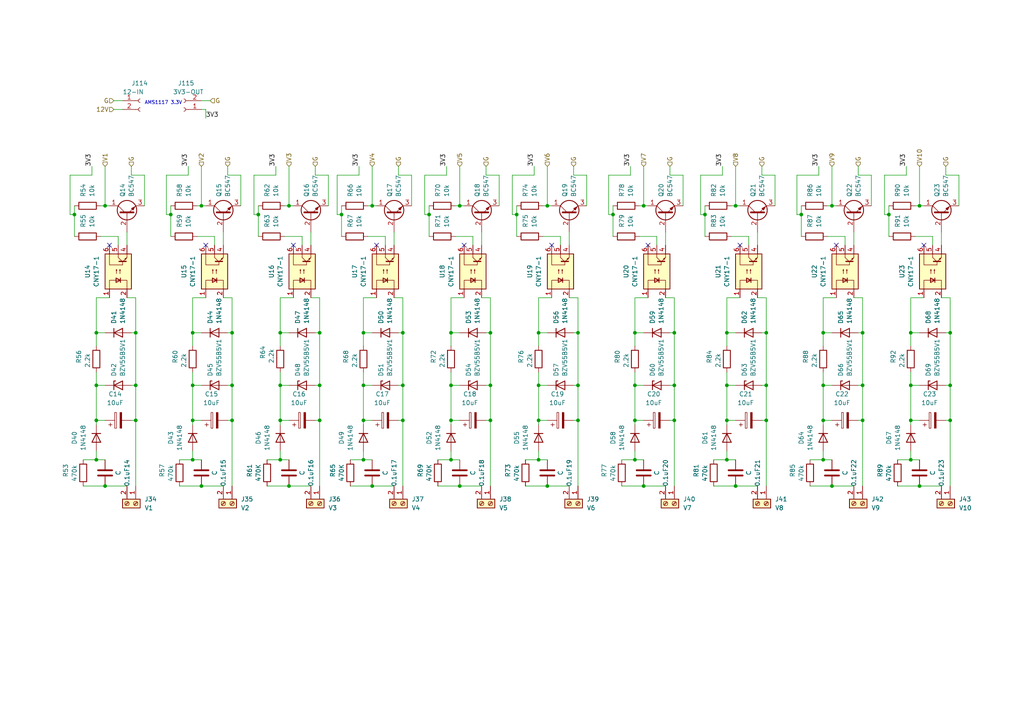
<source format=kicad_sch>
(kicad_sch (version 20211123) (generator eeschema)
  (paper "A4")
  (junction (at 92.71 111.76))
  (junction (at 107.95 140.97))
  (junction (at 222.25 96.52))
  (junction (at 250.19 121.92))
  (junction (at 167.64 96.52))
  (junction (at 92.71 121.92))
  (junction (at 105.41 133.35))
  (junction (at 222.25 111.76))
  (junction (at 213.36 140.97))
  (junction (at 266.7 59.69))
  (junction (at 210.82 111.76))
  (junction (at 158.75 59.69))
  (junction (at 156.21 133.35))
  (junction (at 238.76 121.92))
  (junction (at 156.21 96.52))
  (junction (at 184.15 133.35))
  (junction (at 142.24 111.76))
  (junction (at 142.24 121.92))
  (junction (at 39.37 121.92))
  (junction (at 186.69 140.97))
  (junction (at 116.84 111.76))
  (junction (at 105.41 111.76))
  (junction (at 130.81 96.52))
  (junction (at 92.71 96.52))
  (junction (at 107.95 59.69))
  (junction (at 195.58 121.92))
  (junction (at 130.81 121.92))
  (junction (at 167.64 111.76))
  (junction (at 156.21 111.76))
  (junction (at 195.58 96.52))
  (junction (at 27.94 121.92))
  (junction (at 58.42 59.69))
  (junction (at 124.46 62.23))
  (junction (at 105.41 96.52))
  (junction (at 81.28 96.52))
  (junction (at 158.75 140.97))
  (junction (at 39.37 96.52))
  (junction (at 275.59 96.52))
  (junction (at 232.41 62.23))
  (junction (at 30.48 140.97))
  (junction (at 250.19 111.76))
  (junction (at 142.24 96.52))
  (junction (at 184.15 121.92))
  (junction (at 27.94 111.76))
  (junction (at 58.42 140.97))
  (junction (at 83.82 140.97))
  (junction (at 99.06 62.23))
  (junction (at 133.35 59.69))
  (junction (at 238.76 133.35))
  (junction (at 238.76 96.52))
  (junction (at 238.76 111.76))
  (junction (at 21.59 62.23))
  (junction (at 167.64 121.92))
  (junction (at 264.16 121.92))
  (junction (at 264.16 96.52))
  (junction (at 116.84 121.92))
  (junction (at 116.84 96.52))
  (junction (at 266.7 140.97))
  (junction (at 27.94 133.35))
  (junction (at 250.19 96.52))
  (junction (at 49.53 62.23))
  (junction (at 241.3 59.69))
  (junction (at 67.31 111.76))
  (junction (at 264.16 133.35))
  (junction (at 184.15 111.76))
  (junction (at 55.88 96.52))
  (junction (at 210.82 121.92))
  (junction (at 130.81 133.35))
  (junction (at 149.86 62.23))
  (junction (at 222.25 121.92))
  (junction (at 55.88 111.76))
  (junction (at 275.59 121.92))
  (junction (at 204.47 62.23))
  (junction (at 74.93 62.23))
  (junction (at 264.16 111.76))
  (junction (at 213.36 59.69))
  (junction (at 186.69 59.69))
  (junction (at 257.81 62.23))
  (junction (at 81.28 121.92))
  (junction (at 39.37 111.76))
  (junction (at 156.21 121.92))
  (junction (at 81.28 133.35))
  (junction (at 55.88 133.35))
  (junction (at 105.41 121.92))
  (junction (at 184.15 96.52))
  (junction (at 67.31 96.52))
  (junction (at 210.82 133.35))
  (junction (at 133.35 140.97))
  (junction (at 275.59 111.76))
  (junction (at 67.31 121.92))
  (junction (at 241.3 140.97))
  (junction (at 177.8 62.23))
  (junction (at 83.82 59.69))
  (junction (at 81.28 111.76))
  (junction (at 210.82 96.52))
  (junction (at 30.48 59.69))
  (junction (at 130.81 111.76))
  (junction (at 27.94 96.52))
  (junction (at 55.88 121.92))
  (junction (at 195.58 111.76))
  (no_connect (at 134.62 71.12))
  (no_connect (at 214.63 71.12))
  (no_connect (at 187.96 71.12))
  (no_connect (at 59.69 71.12))
  (no_connect (at 267.97 71.12))
  (no_connect (at 242.57 71.12))
  (no_connect (at 85.09 71.12))
  (no_connect (at 31.75 71.12))
  (no_connect (at 109.22 71.12))
  (no_connect (at 160.02 71.12))
  (wire (pts (xy 87.63 68.58) (xy 82.55 68.58)))
  (wire (pts (xy 130.81 111.76) (xy 130.81 107.95)))
  (wire (pts (xy 180.34 133.35) (xy 184.15 133.35)))
  (wire (pts (xy 60.96 29.21) (xy 58.42 29.21)))
  (wire (pts (xy 105.41 121.92) (xy 107.95 121.92)))
  (wire (pts (xy 170.18 50.8) (xy 166.37 50.8)))
  (wire (pts (xy 198.12 50.8) (xy 194.31 50.8)))
  (wire (pts (xy 137.16 71.12) (xy 137.16 68.58)))
  (wire (pts (xy 193.04 140.97) (xy 186.69 140.97)))
  (wire (pts (xy 48.26 50.8) (xy 54.61 50.8)))
  (wire (pts (xy 220.98 111.76) (xy 222.25 111.76)))
  (wire (pts (xy 194.31 111.76) (xy 195.58 111.76)))
  (wire (pts (xy 34.29 68.58) (xy 29.21 68.58)))
  (wire (pts (xy 260.35 133.35) (xy 264.16 133.35)))
  (wire (pts (xy 109.22 86.36) (xy 105.41 86.36)))
  (wire (pts (xy 186.69 59.69) (xy 186.69 48.26)))
  (wire (pts (xy 139.7 71.12) (xy 139.7 67.31)))
  (wire (pts (xy 39.37 140.97) (xy 39.37 121.92)))
  (wire (pts (xy 80.01 50.8) (xy 80.01 48.26)))
  (wire (pts (xy 238.76 111.76) (xy 238.76 107.95)))
  (wire (pts (xy 142.24 96.52) (xy 142.24 86.36)))
  (wire (pts (xy 203.2 50.8) (xy 209.55 50.8)))
  (wire (pts (xy 156.21 100.33) (xy 156.21 96.52)))
  (wire (pts (xy 250.19 121.92) (xy 250.19 111.76)))
  (wire (pts (xy 182.88 50.8) (xy 182.88 48.26)))
  (wire (pts (xy 184.15 100.33) (xy 184.15 96.52)))
  (wire (pts (xy 142.24 140.97) (xy 142.24 121.92)))
  (wire (pts (xy 41.91 50.8) (xy 38.1 50.8)))
  (wire (pts (xy 184.15 121.92) (xy 186.69 121.92)))
  (wire (pts (xy 124.46 68.58) (xy 124.46 62.23)))
  (wire (pts (xy 194.31 121.92) (xy 195.58 121.92)))
  (wire (pts (xy 38.1 111.76) (xy 39.37 111.76)))
  (wire (pts (xy 210.82 96.52) (xy 213.36 96.52)))
  (wire (pts (xy 101.6 140.97) (xy 107.95 140.97)))
  (wire (pts (xy 238.76 133.35) (xy 241.3 133.35)))
  (wire (pts (xy 210.82 100.33) (xy 210.82 96.52)))
  (wire (pts (xy 177.8 68.58) (xy 177.8 62.23)))
  (wire (pts (xy 250.19 96.52) (xy 250.19 86.36)))
  (wire (pts (xy 184.15 121.92) (xy 184.15 111.76)))
  (wire (pts (xy 55.88 100.33) (xy 55.88 96.52)))
  (wire (pts (xy 115.57 96.52) (xy 116.84 96.52)))
  (wire (pts (xy 238.76 96.52) (xy 241.3 96.52)))
  (wire (pts (xy 95.25 59.69) (xy 95.25 50.8)))
  (wire (pts (xy 203.2 62.23) (xy 204.47 62.23)))
  (wire (pts (xy 256.54 50.8) (xy 256.54 62.23)))
  (wire (pts (xy 73.66 50.8) (xy 73.66 62.23)))
  (wire (pts (xy 204.47 62.23) (xy 204.47 59.69)))
  (wire (pts (xy 158.75 59.69) (xy 160.02 59.69)))
  (wire (pts (xy 52.07 133.35) (xy 55.88 133.35)))
  (wire (pts (xy 264.16 133.35) (xy 266.7 133.35)))
  (wire (pts (xy 140.97 50.8) (xy 140.97 48.26)))
  (wire (pts (xy 222.25 111.76) (xy 222.25 96.52)))
  (wire (pts (xy 264.16 111.76) (xy 264.16 107.95)))
  (wire (pts (xy 132.08 59.69) (xy 133.35 59.69)))
  (wire (pts (xy 210.82 123.19) (xy 210.82 121.92)))
  (wire (pts (xy 27.94 100.33) (xy 27.94 96.52)))
  (wire (pts (xy 257.81 62.23) (xy 257.81 59.69)))
  (wire (pts (xy 30.48 59.69) (xy 30.48 48.26)))
  (wire (pts (xy 66.04 121.92) (xy 67.31 121.92)))
  (wire (pts (xy 198.12 59.69) (xy 198.12 50.8)))
  (wire (pts (xy 27.94 121.92) (xy 27.94 111.76)))
  (wire (pts (xy 144.78 59.69) (xy 144.78 50.8)))
  (wire (pts (xy 274.32 111.76) (xy 275.59 111.76)))
  (wire (pts (xy 232.41 68.58) (xy 232.41 62.23)))
  (wire (pts (xy 170.18 59.69) (xy 170.18 50.8)))
  (wire (pts (xy 36.83 140.97) (xy 30.48 140.97)))
  (wire (pts (xy 190.5 68.58) (xy 185.42 68.58)))
  (wire (pts (xy 237.49 50.8) (xy 237.49 48.26)))
  (wire (pts (xy 36.83 86.36) (xy 39.37 86.36)))
  (wire (pts (xy 184.15 133.35) (xy 184.15 130.81)))
  (wire (pts (xy 48.26 62.23) (xy 49.53 62.23)))
  (wire (pts (xy 73.66 62.23) (xy 74.93 62.23)))
  (wire (pts (xy 82.55 59.69) (xy 83.82 59.69)))
  (wire (pts (xy 130.81 133.35) (xy 133.35 133.35)))
  (wire (pts (xy 130.81 100.33) (xy 130.81 96.52)))
  (wire (pts (xy 81.28 86.36) (xy 81.28 96.52)))
  (wire (pts (xy 92.71 96.52) (xy 92.71 86.36)))
  (wire (pts (xy 81.28 111.76) (xy 81.28 107.95)))
  (wire (pts (xy 148.59 62.23) (xy 149.86 62.23)))
  (wire (pts (xy 21.59 62.23) (xy 21.59 59.69)))
  (wire (pts (xy 144.78 50.8) (xy 140.97 50.8)))
  (wire (pts (xy 160.02 86.36) (xy 156.21 86.36)))
  (wire (pts (xy 105.41 133.35) (xy 105.41 130.81)))
  (wire (pts (xy 54.61 50.8) (xy 54.61 48.26)))
  (wire (pts (xy 115.57 50.8) (xy 115.57 48.26)))
  (wire (pts (xy 140.97 121.92) (xy 142.24 121.92)))
  (wire (pts (xy 264.16 123.19) (xy 264.16 121.92)))
  (wire (pts (xy 130.81 123.19) (xy 130.81 121.92)))
  (wire (pts (xy 115.57 121.92) (xy 116.84 121.92)))
  (wire (pts (xy 156.21 121.92) (xy 158.75 121.92)))
  (wire (pts (xy 156.21 96.52) (xy 158.75 96.52)))
  (wire (pts (xy 133.35 59.69) (xy 133.35 48.26)))
  (wire (pts (xy 260.35 140.97) (xy 266.7 140.97)))
  (wire (pts (xy 99.06 68.58) (xy 99.06 62.23)))
  (wire (pts (xy 101.6 133.35) (xy 105.41 133.35)))
  (wire (pts (xy 238.76 121.92) (xy 241.3 121.92)))
  (wire (pts (xy 26.67 50.8) (xy 26.67 48.26)))
  (wire (pts (xy 186.69 59.69) (xy 187.96 59.69)))
  (wire (pts (xy 275.59 111.76) (xy 275.59 96.52)))
  (wire (pts (xy 265.43 59.69) (xy 266.7 59.69)))
  (wire (pts (xy 81.28 96.52) (xy 83.82 96.52)))
  (wire (pts (xy 162.56 68.58) (xy 157.48 68.58)))
  (wire (pts (xy 264.16 133.35) (xy 264.16 130.81)))
  (wire (pts (xy 81.28 123.19) (xy 81.28 121.92)))
  (wire (pts (xy 64.77 140.97) (xy 58.42 140.97)))
  (wire (pts (xy 238.76 100.33) (xy 238.76 96.52)))
  (wire (pts (xy 257.81 68.58) (xy 257.81 62.23)))
  (wire (pts (xy 256.54 50.8) (xy 262.89 50.8)))
  (wire (pts (xy 210.82 111.76) (xy 213.36 111.76)))
  (wire (pts (xy 193.04 86.36) (xy 195.58 86.36)))
  (wire (pts (xy 176.53 50.8) (xy 176.53 62.23)))
  (wire (pts (xy 74.93 62.23) (xy 74.93 59.69)))
  (wire (pts (xy 48.26 50.8) (xy 48.26 62.23)))
  (wire (pts (xy 212.09 59.69) (xy 213.36 59.69)))
  (wire (pts (xy 162.56 71.12) (xy 162.56 68.58)))
  (wire (pts (xy 238.76 133.35) (xy 238.76 130.81)))
  (wire (pts (xy 231.14 50.8) (xy 231.14 62.23)))
  (wire (pts (xy 55.88 121.92) (xy 58.42 121.92)))
  (wire (pts (xy 242.57 86.36) (xy 238.76 86.36)))
  (wire (pts (xy 238.76 111.76) (xy 241.3 111.76)))
  (wire (pts (xy 95.25 50.8) (xy 91.44 50.8)))
  (wire (pts (xy 77.47 133.35) (xy 81.28 133.35)))
  (wire (pts (xy 185.42 59.69) (xy 186.69 59.69)))
  (wire (pts (xy 270.51 71.12) (xy 270.51 68.58)))
  (wire (pts (xy 114.3 86.36) (xy 116.84 86.36)))
  (wire (pts (xy 105.41 86.36) (xy 105.41 96.52)))
  (wire (pts (xy 41.91 59.69) (xy 41.91 50.8)))
  (wire (pts (xy 91.44 96.52) (xy 92.71 96.52)))
  (wire (pts (xy 130.81 121.92) (xy 130.81 111.76)))
  (wire (pts (xy 252.73 50.8) (xy 248.92 50.8)))
  (wire (pts (xy 264.16 86.36) (xy 264.16 96.52)))
  (wire (pts (xy 224.79 50.8) (xy 220.98 50.8)))
  (wire (pts (xy 165.1 86.36) (xy 167.64 86.36)))
  (wire (pts (xy 240.03 59.69) (xy 241.3 59.69)))
  (wire (pts (xy 140.97 96.52) (xy 142.24 96.52)))
  (wire (pts (xy 59.69 86.36) (xy 55.88 86.36)))
  (wire (pts (xy 111.76 71.12) (xy 111.76 68.58)))
  (wire (pts (xy 20.32 50.8) (xy 26.67 50.8)))
  (wire (pts (xy 124.46 62.23) (xy 124.46 59.69)))
  (wire (pts (xy 27.94 133.35) (xy 27.94 130.81)))
  (wire (pts (xy 166.37 111.76) (xy 167.64 111.76)))
  (wire (pts (xy 195.58 121.92) (xy 195.58 111.76)))
  (wire (pts (xy 116.84 111.76) (xy 116.84 96.52)))
  (wire (pts (xy 123.19 50.8) (xy 123.19 62.23)))
  (wire (pts (xy 274.32 121.92) (xy 275.59 121.92)))
  (wire (pts (xy 91.44 50.8) (xy 91.44 48.26)))
  (wire (pts (xy 33.02 29.21) (xy 35.56 29.21)))
  (wire (pts (xy 81.28 100.33) (xy 81.28 96.52)))
  (wire (pts (xy 156.21 133.35) (xy 156.21 130.81)))
  (wire (pts (xy 156.21 123.19) (xy 156.21 121.92)))
  (wire (pts (xy 142.24 121.92) (xy 142.24 111.76)))
  (wire (pts (xy 90.17 86.36) (xy 92.71 86.36)))
  (wire (pts (xy 241.3 59.69) (xy 242.57 59.69)))
  (wire (pts (xy 67.31 96.52) (xy 67.31 86.36)))
  (wire (pts (xy 156.21 121.92) (xy 156.21 111.76)))
  (wire (pts (xy 49.53 62.23) (xy 49.53 59.69)))
  (wire (pts (xy 210.82 121.92) (xy 210.82 111.76)))
  (wire (pts (xy 27.94 133.35) (xy 30.48 133.35)))
  (wire (pts (xy 130.81 86.36) (xy 130.81 96.52)))
  (wire (pts (xy 62.23 68.58) (xy 57.15 68.58)))
  (wire (pts (xy 213.36 59.69) (xy 213.36 48.26)))
  (wire (pts (xy 127 140.97) (xy 133.35 140.97)))
  (wire (pts (xy 167.64 140.97) (xy 167.64 121.92)))
  (wire (pts (xy 152.4 133.35) (xy 156.21 133.35)))
  (wire (pts (xy 194.31 96.52) (xy 195.58 96.52)))
  (wire (pts (xy 247.65 71.12) (xy 247.65 67.31)))
  (wire (pts (xy 29.21 59.69) (xy 30.48 59.69)))
  (wire (pts (xy 152.4 140.97) (xy 158.75 140.97)))
  (wire (pts (xy 184.15 111.76) (xy 184.15 107.95)))
  (wire (pts (xy 210.82 111.76) (xy 210.82 107.95)))
  (wire (pts (xy 210.82 133.35) (xy 213.36 133.35)))
  (wire (pts (xy 104.14 50.8) (xy 104.14 48.26)))
  (wire (pts (xy 195.58 96.52) (xy 195.58 86.36)))
  (wire (pts (xy 274.32 50.8) (xy 274.32 48.26)))
  (wire (pts (xy 193.04 71.12) (xy 193.04 67.31)))
  (wire (pts (xy 111.76 68.58) (xy 106.68 68.58)))
  (wire (pts (xy 220.98 96.52) (xy 222.25 96.52)))
  (wire (pts (xy 252.73 59.69) (xy 252.73 50.8)))
  (wire (pts (xy 148.59 50.8) (xy 154.94 50.8)))
  (wire (pts (xy 139.7 140.97) (xy 133.35 140.97)))
  (wire (pts (xy 167.64 111.76) (xy 167.64 96.52)))
  (wire (pts (xy 49.53 68.58) (xy 49.53 62.23)))
  (wire (pts (xy 69.85 50.8) (xy 66.04 50.8)))
  (wire (pts (xy 130.81 133.35) (xy 130.81 130.81)))
  (wire (pts (xy 165.1 71.12) (xy 165.1 67.31)))
  (wire (pts (xy 219.71 71.12) (xy 219.71 67.31)))
  (wire (pts (xy 247.65 140.97) (xy 241.3 140.97)))
  (wire (pts (xy 222.25 96.52) (xy 222.25 86.36)))
  (wire (pts (xy 234.95 140.97) (xy 241.3 140.97)))
  (wire (pts (xy 140.97 111.76) (xy 142.24 111.76)))
  (wire (pts (xy 158.75 59.69) (xy 158.75 48.26)))
  (wire (pts (xy 213.36 59.69) (xy 214.63 59.69)))
  (wire (pts (xy 204.47 68.58) (xy 204.47 62.23)))
  (wire (pts (xy 97.79 62.23) (xy 99.06 62.23)))
  (wire (pts (xy 24.13 140.97) (xy 30.48 140.97)))
  (wire (pts (xy 129.54 50.8) (xy 129.54 48.26)))
  (wire (pts (xy 85.09 86.36) (xy 81.28 86.36)))
  (wire (pts (xy 81.28 121.92) (xy 81.28 111.76)))
  (wire (pts (xy 107.95 59.69) (xy 109.22 59.69)))
  (wire (pts (xy 247.65 86.36) (xy 250.19 86.36)))
  (wire (pts (xy 77.47 140.97) (xy 83.82 140.97)))
  (wire (pts (xy 210.82 121.92) (xy 213.36 121.92)))
  (wire (pts (xy 232.41 62.23) (xy 232.41 59.69)))
  (wire (pts (xy 92.71 121.92) (xy 92.71 111.76)))
  (wire (pts (xy 234.95 133.35) (xy 238.76 133.35)))
  (wire (pts (xy 30.48 59.69) (xy 31.75 59.69)))
  (wire (pts (xy 264.16 111.76) (xy 266.7 111.76)))
  (wire (pts (xy 248.92 96.52) (xy 250.19 96.52)))
  (wire (pts (xy 180.34 140.97) (xy 186.69 140.97)))
  (wire (pts (xy 267.97 86.36) (xy 264.16 86.36)))
  (wire (pts (xy 73.66 50.8) (xy 80.01 50.8)))
  (wire (pts (xy 156.21 111.76) (xy 158.75 111.76)))
  (wire (pts (xy 219.71 86.36) (xy 222.25 86.36)))
  (wire (pts (xy 248.92 111.76) (xy 250.19 111.76)))
  (wire (pts (xy 39.37 111.76) (xy 39.37 96.52)))
  (wire (pts (xy 219.71 140.97) (xy 213.36 140.97)))
  (wire (pts (xy 97.79 50.8) (xy 97.79 62.23)))
  (wire (pts (xy 184.15 133.35) (xy 186.69 133.35)))
  (wire (pts (xy 245.11 68.58) (xy 240.03 68.58)))
  (wire (pts (xy 274.32 96.52) (xy 275.59 96.52)))
  (wire (pts (xy 64.77 86.36) (xy 67.31 86.36)))
  (wire (pts (xy 278.13 59.69) (xy 278.13 50.8)))
  (wire (pts (xy 238.76 123.19) (xy 238.76 121.92)))
  (wire (pts (xy 139.7 86.36) (xy 142.24 86.36)))
  (wire (pts (xy 97.79 50.8) (xy 104.14 50.8)))
  (wire (pts (xy 81.28 133.35) (xy 83.82 133.35)))
  (wire (pts (xy 157.48 59.69) (xy 158.75 59.69)))
  (wire (pts (xy 55.88 121.92) (xy 55.88 111.76)))
  (wire (pts (xy 67.31 111.76) (xy 67.31 96.52)))
  (wire (pts (xy 137.16 68.58) (xy 132.08 68.58)))
  (wire (pts (xy 81.28 121.92) (xy 83.82 121.92)))
  (wire (pts (xy 130.81 111.76) (xy 133.35 111.76)))
  (wire (pts (xy 106.68 59.69) (xy 107.95 59.69)))
  (wire (pts (xy 231.14 50.8) (xy 237.49 50.8)))
  (wire (pts (xy 264.16 121.92) (xy 264.16 111.76)))
  (wire (pts (xy 99.06 62.23) (xy 99.06 59.69)))
  (wire (pts (xy 156.21 133.35) (xy 158.75 133.35)))
  (wire (pts (xy 264.16 96.52) (xy 266.7 96.52)))
  (wire (pts (xy 195.58 140.97) (xy 195.58 121.92)))
  (wire (pts (xy 67.31 121.92) (xy 67.31 111.76)))
  (wire (pts (xy 66.04 50.8) (xy 66.04 48.26)))
  (wire (pts (xy 207.01 140.97) (xy 213.36 140.97)))
  (wire (pts (xy 256.54 62.23) (xy 257.81 62.23)))
  (wire (pts (xy 66.04 96.52) (xy 67.31 96.52)))
  (wire (pts (xy 107.95 59.69) (xy 107.95 48.26)))
  (wire (pts (xy 184.15 86.36) (xy 184.15 96.52)))
  (wire (pts (xy 59.69 31.75) (xy 59.69 34.29)))
  (wire (pts (xy 38.1 50.8) (xy 38.1 48.26)))
  (wire (pts (xy 39.37 121.92) (xy 39.37 111.76)))
  (wire (pts (xy 114.3 140.97) (xy 107.95 140.97)))
  (wire (pts (xy 83.82 59.69) (xy 85.09 59.69)))
  (wire (pts (xy 250.19 140.97) (xy 250.19 121.92)))
  (wire (pts (xy 176.53 50.8) (xy 182.88 50.8)))
  (wire (pts (xy 154.94 50.8) (xy 154.94 48.26)))
  (wire (pts (xy 55.88 133.35) (xy 58.42 133.35)))
  (wire (pts (xy 278.13 50.8) (xy 274.32 50.8)))
  (wire (pts (xy 264.16 100.33) (xy 264.16 96.52)))
  (wire (pts (xy 115.57 111.76) (xy 116.84 111.76)))
  (wire (pts (xy 62.23 71.12) (xy 62.23 68.58)))
  (wire (pts (xy 119.38 50.8) (xy 115.57 50.8)))
  (wire (pts (xy 91.44 111.76) (xy 92.71 111.76)))
  (wire (pts (xy 105.41 111.76) (xy 105.41 107.95)))
  (wire (pts (xy 167.64 121.92) (xy 167.64 111.76)))
  (wire (pts (xy 166.37 96.52) (xy 167.64 96.52)))
  (wire (pts (xy 184.15 96.52) (xy 186.69 96.52)))
  (wire (pts (xy 105.41 96.52) (xy 107.95 96.52)))
  (wire (pts (xy 273.05 140.97) (xy 266.7 140.97)))
  (wire (pts (xy 123.19 62.23) (xy 124.46 62.23)))
  (wire (pts (xy 66.04 111.76) (xy 67.31 111.76)))
  (wire (pts (xy 133.35 59.69) (xy 134.62 59.69)))
  (wire (pts (xy 27.94 96.52) (xy 30.48 96.52)))
  (wire (pts (xy 114.3 71.12) (xy 114.3 67.31)))
  (wire (pts (xy 130.81 96.52) (xy 133.35 96.52)))
  (wire (pts (xy 222.25 140.97) (xy 222.25 121.92)))
  (wire (pts (xy 27.94 121.92) (xy 30.48 121.92)))
  (wire (pts (xy 245.11 71.12) (xy 245.11 68.58)))
  (wire (pts (xy 27.94 111.76) (xy 27.94 107.95)))
  (wire (pts (xy 92.71 111.76) (xy 92.71 96.52)))
  (wire (pts (xy 130.81 121.92) (xy 133.35 121.92)))
  (wire (pts (xy 217.17 71.12) (xy 217.17 68.58)))
  (wire (pts (xy 273.05 86.36) (xy 275.59 86.36)))
  (wire (pts (xy 55.88 133.35) (xy 55.88 130.81)))
  (wire (pts (xy 116.84 96.52) (xy 116.84 86.36)))
  (wire (pts (xy 92.71 140.97) (xy 92.71 121.92)))
  (wire (pts (xy 167.64 96.52) (xy 167.64 86.36)))
  (wire (pts (xy 58.42 59.69) (xy 59.69 59.69)))
  (wire (pts (xy 27.94 111.76) (xy 30.48 111.76)))
  (wire (pts (xy 87.63 71.12) (xy 87.63 68.58)))
  (wire (pts (xy 81.28 133.35) (xy 81.28 130.81)))
  (wire (pts (xy 166.37 50.8) (xy 166.37 48.26)))
  (wire (pts (xy 123.19 50.8) (xy 129.54 50.8)))
  (wire (pts (xy 149.86 68.58) (xy 149.86 62.23)))
  (wire (pts (xy 176.53 62.23) (xy 177.8 62.23)))
  (wire (pts (xy 248.92 50.8) (xy 248.92 48.26)))
  (wire (pts (xy 105.41 123.19) (xy 105.41 121.92)))
  (wire (pts (xy 27.94 123.19) (xy 27.94 121.92)))
  (wire (pts (xy 34.29 71.12) (xy 34.29 68.58)))
  (wire (pts (xy 20.32 62.23) (xy 21.59 62.23)))
  (wire (pts (xy 55.88 123.19) (xy 55.88 121.92)))
  (wire (pts (xy 105.41 121.92) (xy 105.41 111.76)))
  (wire (pts (xy 190.5 71.12) (xy 190.5 68.58)))
  (wire (pts (xy 148.59 50.8) (xy 148.59 62.23)))
  (wire (pts (xy 165.1 140.97) (xy 158.75 140.97)))
  (wire (pts (xy 83.82 59.69) (xy 83.82 48.26)))
  (wire (pts (xy 69.85 59.69) (xy 69.85 50.8)))
  (wire (pts (xy 90.17 140.97) (xy 83.82 140.97)))
  (wire (pts (xy 184.15 123.19) (xy 184.15 121.92)))
  (wire (pts (xy 220.98 50.8) (xy 220.98 48.26)))
  (wire (pts (xy 20.32 50.8) (xy 20.32 62.23)))
  (wire (pts (xy 119.38 59.69) (xy 119.38 50.8)))
  (wire (pts (xy 262.89 50.8) (xy 262.89 48.26)))
  (wire (pts (xy 203.2 50.8) (xy 203.2 62.23)))
  (wire (pts (xy 217.17 68.58) (xy 212.09 68.58)))
  (wire (pts (xy 39.37 96.52) (xy 39.37 86.36)))
  (wire (pts (xy 58.42 59.69) (xy 58.42 48.26)))
  (wire (pts (xy 184.15 111.76) (xy 186.69 111.76)))
  (wire (pts (xy 21.59 68.58) (xy 21.59 62.23)))
  (wire (pts (xy 210.82 133.35) (xy 210.82 130.81)))
  (wire (pts (xy 220.98 121.92) (xy 222.25 121.92)))
  (wire (pts (xy 90.17 71.12) (xy 90.17 67.31)))
  (wire (pts (xy 248.92 121.92) (xy 250.19 121.92)))
  (wire (pts (xy 105.41 100.33) (xy 105.41 96.52)))
  (wire (pts (xy 116.84 140.97) (xy 116.84 121.92)))
  (wire (pts (xy 275.59 96.52) (xy 275.59 86.36)))
  (wire (pts (xy 273.05 71.12) (xy 273.05 67.31)))
  (wire (pts (xy 275.59 121.92) (xy 275.59 111.76)))
  (wire (pts (xy 55.88 111.76) (xy 58.42 111.76)))
  (wire (pts (xy 214.63 86.36) (xy 210.82 86.36)))
  (wire (pts (xy 266.7 59.69) (xy 266.7 48.26)))
  (wire (pts (xy 266.7 59.69) (xy 267.97 59.69)))
  (wire (pts (xy 38.1 96.52) (xy 39.37 96.52)))
  (wire (pts (xy 238.76 121.92) (xy 238.76 111.76)))
  (wire (pts (xy 241.3 59.69) (xy 241.3 48.26)))
  (wire (pts (xy 275.59 140.97) (xy 275.59 121.92)))
  (wire (pts (xy 250.19 111.76) (xy 250.19 96.52)))
  (wire (pts (xy 33.02 31.75) (xy 35.56 31.75)))
  (wire (pts (xy 194.31 50.8) (xy 194.31 48.26)))
  (wire (pts (xy 195.58 111.76) (xy 195.58 96.52)))
  (wire (pts (xy 105.41 133.35) (xy 107.95 133.35)))
  (wire (pts (xy 74.93 68.58) (xy 74.93 62.23)))
  (wire (pts (xy 224.79 59.69) (xy 224.79 50.8)))
  (wire (pts (xy 55.88 111.76) (xy 55.88 107.95)))
  (wire (pts (xy 264.16 121.92) (xy 266.7 121.92)))
  (wire (pts (xy 177.8 62.23) (xy 177.8 59.69)))
  (wire (pts (xy 116.84 121.92) (xy 116.84 111.76)))
  (wire (pts (xy 55.88 86.36) (xy 55.88 96.52)))
  (wire (pts (xy 81.28 111.76) (xy 83.82 111.76)))
  (wire (pts (xy 270.51 68.58) (xy 265.43 68.58)))
  (wire (pts (xy 55.88 96.52) (xy 58.42 96.52)))
  (wire (pts (xy 127 133.35) (xy 130.81 133.35)))
  (wire (pts (xy 91.44 121.92) (xy 92.71 121.92)))
  (wire (pts (xy 142.24 111.76) (xy 142.24 96.52)))
  (wire (pts (xy 187.96 86.36) (xy 184.15 86.36)))
  (wire (pts (xy 238.76 86.36) (xy 238.76 96.52)))
  (wire (pts (xy 24.13 133.35) (xy 27.94 133.35)))
  (wire (pts (xy 27.94 86.36) (xy 27.94 96.52)))
  (wire (pts (xy 149.86 62.23) (xy 149.86 59.69)))
  (wire (pts (xy 58.42 31.75) (xy 59.69 31.75)))
  (wire (pts (xy 210.82 86.36) (xy 210.82 96.52)))
  (wire (pts (xy 134.62 86.36) (xy 130.81 86.36)))
  (wire (pts (xy 31.75 86.36) (xy 27.94 86.36)))
  (wire (pts (xy 207.01 133.35) (xy 210.82 133.35)))
  (wire (pts (xy 231.14 62.23) (xy 232.41 62.23)))
  (wire (pts (xy 156.21 86.36) (xy 156.21 96.52)))
  (wire (pts (xy 38.1 121.92) (xy 39.37 121.92)))
  (wire (pts (xy 222.25 121.92) (xy 222.25 111.76)))
  (wire (pts (xy 105.41 111.76) (xy 107.95 111.76)))
  (wire (pts (xy 156.21 111.76) (xy 156.21 107.95)))
  (wire (pts (xy 209.55 50.8) (xy 209.55 48.26)))
  (wire (pts (xy 64.77 71.12) (xy 64.77 67.31)))
  (wire (pts (xy 52.07 140.97) (xy 58.42 140.97)))
  (wire (pts (xy 36.83 71.12) (xy 36.83 67.31)))
  (wire (pts (xy 57.15 59.69) (xy 58.42 59.69)))
  (wire (pts (xy 166.37 121.92) (xy 167.64 121.92)))
  (wire (pts (xy 67.31 140.97) (xy 67.31 121.92)))
  (text "AMS1117 3.3V" (at 41.91 30.48 0) (effects (font (size 1 1)) (justify left bottom)))
  (label "3V3" (at 262.89 48.26 90))
  (label "3V3" (at 26.67 48.26 90))
  (label "3V3" (at 54.61 48.26 90))
  (label "3V3" (at 59.69 34.29 0))
  (label "3V3" (at 154.94 48.26 90))
  (label "3V3" (at 182.88 48.26 90))
  (label "3V3" (at 237.49 48.26 90))
  (label "3V3" (at 80.01 48.26 90))
  (label "3V3" (at 129.54 48.26 90))
  (label "3V3" (at 104.14 48.26 90))
  (label "3V3" (at 209.55 48.26 90))
  (hierarchical_label "G" (shape input) (at 274.32 48.26 90))
  (hierarchical_label "G" (shape input) (at 33.02 29.21 180))
  (hierarchical_label "V7" (shape input) (at 186.69 48.26 90))
  (hierarchical_label "G" (shape input) (at 248.92 48.26 90))
  (hierarchical_label "V3" (shape input) (at 83.82 48.26 90))
  (hierarchical_label "G" (shape input) (at 91.44 48.26 90))
  (hierarchical_label "V4" (shape input) (at 107.95 48.26 90))
  (hierarchical_label "12V" (shape input) (at 33.02 31.75 180))
  (hierarchical_label "V5" (shape input) (at 133.35 48.26 90))
  (hierarchical_label "G" (shape input) (at 38.1 48.26 90))
  (hierarchical_label "V9" (shape input) (at 241.3 48.26 90))
  (hierarchical_label "G" (shape input) (at 220.98 48.26 90))
  (hierarchical_label "G" (shape input) (at 115.57 48.26 90))
  (hierarchical_label "V6" (shape input) (at 158.75 48.26 90))
  (hierarchical_label "G" (shape input) (at 166.37 48.26 90))
  (hierarchical_label "V10" (shape input) (at 266.7 48.26 90))
  (hierarchical_label "G" (shape input) (at 140.97 48.26 90))
  (hierarchical_label "G" (shape input) (at 66.04 48.26 90))
  (hierarchical_label "V1" (shape input) (at 30.48 48.26 90))
  (hierarchical_label "V8" (shape input) (at 213.36 48.26 90))
  (hierarchical_label "G" (shape input) (at 194.31 48.26 90))
  (hierarchical_label "G" (shape input) (at 60.96 29.21 0))
  (hierarchical_label "V2" (shape input) (at 58.42 48.26 90))
  (symbol (lib_id "Device:R") (at 53.34 59.69 90) (unit 1)
    (property "Reference" "R58" (at 52.0699 57.15 0) (effects (justify left)))
    (property "Value" "10k" (at 54.6099 57.15 0) (effects (justify left)))
  )
  (symbol (lib_id "Isolator:CNY17-1") (at 111.76 78.74 90) (unit 1)
    (property "Reference" "U17" (at 102.87 78.74 0))
    (property "Value" "CNY17-1" (at 105.41 78.74 0))
    (property "Datasheet" "http://www.vishay.com/docs/83606/cny17.pdf" (effects hide))
  )
  (symbol (lib_id "Device:R") (at 105.41 104.14 0) (unit 1)
    (property "Reference" "R68" (at 100.33 105.41 90) (effects (justify left)))
    (property "Value" "2.2k" (at 102.87 106.68 90) (effects (justify left)))
  )
  (symbol (lib_id "Isolator:CNY17-1") (at 190.5 78.74 90) (unit 1)
    (property "Reference" "U20" (at 181.61 78.74 0))
    (property "Value" "CNY17-1" (at 184.15 78.74 0))
    (property "Datasheet" "http://www.vishay.com/docs/83606/cny17.pdf" (effects hide))
  )
  (symbol (lib_id "Device:R") (at 130.81 104.14 0) (unit 1)
    (property "Reference" "R72" (at 125.73 105.41 90) (effects (justify left)))
    (property "Value" "2.2k" (at 128.27 106.68 90) (effects (justify left)))
  )
  (symbol (lib_id "Connector:Screw_Terminal_01x02") (at 195.58 146.05 270) (unit 1)
    (property "Reference" "J40" (at 198.12 144.7799 90) (effects (justify left)))
    (property "Value" "V7" (at 198.12 147.3199 90) (effects (justify left)))
  )
  (symbol (lib_id "Diode:1N4148") (at 62.23 96.52 0) (unit 1)
    (property "Reference" "D44" (at 60.9599 93.98 90) (effects (justify left)))
    (property "Value" "1N4148" (at 63.4999 93.98 90) (effects (justify left)))
    (property "Footprint" "Diode_THT:D_DO-35_SOD27_P7.62mm_Horizontal" (effects hide))
    (property "Datasheet" "https://assets.nexperia.com/documents/data-sheet/1N4148_1N4448.pdf" (effects hide))
  )
  (symbol (lib_id "Device:R") (at 25.4 59.69 90) (unit 1)
    (property "Reference" "R54" (at 24.1299 57.15 0) (effects (justify left)))
    (property "Value" "10k" (at 26.6699 57.15 0) (effects (justify left)))
  )
  (symbol (lib_id "Device:R") (at 101.6 137.16 0) (unit 1)
    (property "Reference" "R65" (at 96.52 138.43 90) (effects (justify left)))
    (property "Value" "470K" (at 99.06 139.7 90) (effects (justify left)))
  )
  (symbol (lib_id "Device:R") (at 77.47 137.16 0) (unit 1)
    (property "Reference" "R61" (at 72.39 138.43 90) (effects (justify left)))
    (property "Value" "470K" (at 74.93 139.7 90) (effects (justify left)))
  )
  (symbol (lib_id "Transistor_BJT:BC547") (at 114.3 62.23 90) (unit 1)
    (property "Reference" "Q17" (at 113.0299 57.15 0) (effects (justify left)))
    (property "Value" "BC547" (at 115.5699 57.15 0) (effects (justify left)))
    (property "Footprint" "Package_TO_SOT_THT:TO-92_Inline" (effects hide))
    (property "Datasheet" "https://www.onsemi.com/pub/Collateral/BC550-D.pdf" (effects hide))
  )
  (symbol (lib_id "Device:R") (at 53.34 68.58 90) (unit 1)
    (property "Reference" "R59" (at 52.0699 66.04 0) (effects (justify left)))
    (property "Value" "10k" (at 54.6099 66.04 0) (effects (justify left)))
  )
  (symbol (lib_id "Device:R") (at 260.35 137.16 0) (unit 1)
    (property "Reference" "R89" (at 255.27 138.43 90) (effects (justify left)))
    (property "Value" "470k" (at 257.81 139.7 90) (effects (justify left)))
  )
  (symbol (lib_id "Connector:Conn_01x02_Female") (at 53.34 31.75 180) (unit 1)
    (property "Reference" "J115" (at 53.975 24.13 0))
    (property "Value" "3V3-OUT" (at 54.61 26.67 0))
  )
  (symbol (lib_id "Transistor_BJT:BC547") (at 193.04 62.23 90) (unit 1)
    (property "Reference" "Q20" (at 191.7699 57.15 0) (effects (justify left)))
    (property "Value" "BC547" (at 194.3099 57.15 0) (effects (justify left)))
    (property "Footprint" "Package_TO_SOT_THT:TO-92_Inline" (effects hide))
    (property "Datasheet" "https://www.onsemi.com/pub/Collateral/BC550-D.pdf" (effects hide))
  )
  (symbol (lib_id "Device:R") (at 261.62 68.58 90) (unit 1)
    (property "Reference" "R91" (at 260.3499 66.04 0) (effects (justify left)))
    (property "Value" "10k" (at 262.8899 66.04 0) (effects (justify left)))
  )
  (symbol (lib_id "Diode:1N4148") (at 105.41 127 270) (unit 1)
    (property "Reference" "D49" (at 99.06 127 0))
    (property "Value" "1N4148" (at 101.6 127 0))
    (property "Footprint" "Diode_THT:D_DO-35_SOD27_P7.62mm_Horizontal" (effects hide))
    (property "Datasheet" "https://assets.nexperia.com/documents/data-sheet/1N4148_1N4448.pdf" (effects hide))
  )
  (symbol (lib_id "Diode:1N4148") (at 162.56 96.52 0) (unit 1)
    (property "Reference" "D56" (at 161.2899 93.98 90) (effects (justify left)))
    (property "Value" "1N4148" (at 163.8299 93.98 90) (effects (justify left)))
    (property "Footprint" "Diode_THT:D_DO-35_SOD27_P7.62mm_Horizontal" (effects hide))
    (property "Datasheet" "https://assets.nexperia.com/documents/data-sheet/1N4148_1N4448.pdf" (effects hide))
  )
  (symbol (lib_id "Device:C") (at 133.35 137.16 0) (unit 1)
    (property "Reference" "0.1uF18" (at 139.7 137.16 90))
    (property "Value" "C" (at 137.16 137.16 90))
  )
  (symbol (lib_id "Device:R") (at 264.16 104.14 0) (unit 1)
    (property "Reference" "R92" (at 259.08 105.41 90) (effects (justify left)))
    (property "Value" "2.2k" (at 261.62 106.68 90) (effects (justify left)))
  )
  (symbol (lib_id "Device:R") (at 181.61 59.69 90) (unit 1)
    (property "Reference" "R78" (at 180.3399 57.15 0) (effects (justify left)))
    (property "Value" "10k" (at 182.8799 57.15 0) (effects (justify left)))
  )
  (symbol (lib_id "Device:R") (at 210.82 104.14 0) (unit 1)
    (property "Reference" "R84" (at 205.74 105.41 90) (effects (justify left)))
    (property "Value" "2.2k" (at 208.28 106.68 90) (effects (justify left)))
  )
  (symbol (lib_id "Device:R") (at 236.22 59.69 90) (unit 1)
    (property "Reference" "R86" (at 234.9499 57.15 0) (effects (justify left)))
    (property "Value" "10k" (at 237.4899 57.15 0) (effects (justify left)))
  )
  (symbol (lib_id "Transistor_BJT:BC547") (at 90.17 62.23 90) (unit 1)
    (property "Reference" "Q16" (at 88.8999 57.15 0) (effects (justify left)))
    (property "Value" "BC547" (at 91.4399 57.15 0) (effects (justify left)))
    (property "Footprint" "Package_TO_SOT_THT:TO-92_Inline" (effects hide))
    (property "Datasheet" "https://www.onsemi.com/pub/Collateral/BC550-D.pdf" (effects hide))
  )
  (symbol (lib_id "Isolator:CNY17-1") (at 87.63 78.74 90) (unit 1)
    (property "Reference" "U16" (at 78.74 78.74 0))
    (property "Value" "CNY17-1" (at 81.28 78.74 0))
    (property "Datasheet" "http://www.vishay.com/docs/83606/cny17.pdf" (effects hide))
  )
  (symbol (lib_id "Diode:1N4148") (at 270.51 96.52 0) (unit 1)
    (property "Reference" "D68" (at 269.2399 93.98 90) (effects (justify left)))
    (property "Value" "1N4148" (at 271.7799 93.98 90) (effects (justify left)))
    (property "Footprint" "Diode_THT:D_DO-35_SOD27_P7.62mm_Horizontal" (effects hide))
    (property "Datasheet" "https://assets.nexperia.com/documents/data-sheet/1N4148_1N4448.pdf" (effects hide))
  )
  (symbol (lib_id "Device:R") (at 25.4 68.58 90) (unit 1)
    (property "Reference" "R55" (at 24.1299 66.04 0) (effects (justify left)))
    (property "Value" "10k" (at 26.6699 66.04 0) (effects (justify left)))
  )
  (symbol (lib_id "Device:C") (at 158.75 137.16 0) (unit 1)
    (property "Reference" "0.1uF19" (at 165.1 137.16 90))
    (property "Value" "C" (at 162.56 137.16 90))
  )
  (symbol (lib_id "Device:C") (at 107.95 137.16 0) (unit 1)
    (property "Reference" "0.1uF17" (at 114.3 137.16 90))
    (property "Value" "C" (at 111.76 137.16 90))
  )
  (symbol (lib_id "Connector:Screw_Terminal_01x02") (at 167.64 146.05 270) (unit 1)
    (property "Reference" "J39" (at 170.18 144.7799 90) (effects (justify left)))
    (property "Value" "V6" (at 170.18 147.3199 90) (effects (justify left)))
  )
  (symbol (lib_id "Device:R") (at 261.62 59.69 90) (unit 1)
    (property "Reference" "R90" (at 260.3499 57.15 0) (effects (justify left)))
    (property "Value" "10k" (at 262.8899 57.15 0) (effects (justify left)))
  )
  (symbol (lib_id "Device:C_Polarized") (at 190.5 121.92 90) (unit 1)
    (property "Reference" "C20" (at 189.611 114.3 90))
    (property "Value" "10uF" (at 189.611 116.84 90))
  )
  (symbol (lib_id "Diode:1N4148") (at 87.63 96.52 0) (unit 1)
    (property "Reference" "D47" (at 86.3599 93.98 90) (effects (justify left)))
    (property "Value" "1N4148" (at 88.8999 93.98 90) (effects (justify left)))
    (property "Footprint" "Diode_THT:D_DO-35_SOD27_P7.62mm_Horizontal" (effects hide))
    (property "Datasheet" "https://assets.nexperia.com/documents/data-sheet/1N4148_1N4448.pdf" (effects hide))
  )
  (symbol (lib_id "Device:C") (at 266.7 137.16 0) (unit 1)
    (property "Reference" "0.1uF23" (at 273.05 137.16 90))
    (property "Value" "C" (at 270.51 137.16 90))
  )
  (symbol (lib_id "Isolator:CNY17-1") (at 270.51 78.74 90) (unit 1)
    (property "Reference" "U23" (at 261.62 78.74 0))
    (property "Value" "CNY17-1" (at 264.16 78.74 0))
    (property "Datasheet" "http://www.vishay.com/docs/83606/cny17.pdf" (effects hide))
  )
  (symbol (lib_id "Isolator:CNY17-1") (at 217.17 78.74 90) (unit 1)
    (property "Reference" "U21" (at 208.28 78.74 0))
    (property "Value" "CNY17-1" (at 210.82 78.74 0))
    (property "Datasheet" "http://www.vishay.com/docs/83606/cny17.pdf" (effects hide))
  )
  (symbol (lib_id "Diode:1N4148") (at 34.29 96.52 0) (unit 1)
    (property "Reference" "D41" (at 33.0199 93.98 90) (effects (justify left)))
    (property "Value" "1N4148" (at 35.5599 93.98 90) (effects (justify left)))
    (property "Footprint" "Diode_THT:D_DO-35_SOD27_P7.62mm_Horizontal" (effects hide))
    (property "Datasheet" "https://assets.nexperia.com/documents/data-sheet/1N4148_1N4448.pdf" (effects hide))
  )
  (symbol (lib_id "Device:C_Polarized") (at 111.76 121.92 90) (unit 1)
    (property "Reference" "C17" (at 110.871 114.3 90))
    (property "Value" "10uF" (at 110.871 116.84 90))
  )
  (symbol (lib_id "Device:R") (at 78.74 59.69 90) (unit 1)
    (property "Reference" "R62" (at 77.4699 57.15 0) (effects (justify left)))
    (property "Value" "10k" (at 80.0099 57.15 0) (effects (justify left)))
  )
  (symbol (lib_id "Diode:BZV55B5V1") (at 111.76 111.76 0) (unit 1)
    (property "Reference" "D51" (at 110.4899 109.22 90) (effects (justify left)))
    (property "Value" "BZV55B5V1" (at 113.0299 109.22 90) (effects (justify left)))
    (property "Footprint" "Diode_SMD:D_MiniMELF" (effects hide))
    (property "Datasheet" "https://assets.nexperia.com/documents/data-sheet/BZV55_SER.pdf" (effects hide))
  )
  (symbol (lib_id "Device:R") (at 128.27 59.69 90) (unit 1)
    (property "Reference" "R70" (at 126.9999 57.15 0) (effects (justify left)))
    (property "Value" "10k" (at 129.5399 57.15 0) (effects (justify left)))
  )
  (symbol (lib_id "Diode:BZV55B5V1") (at 245.11 111.76 0) (unit 1)
    (property "Reference" "D66" (at 243.8399 109.22 90) (effects (justify left)))
    (property "Value" "BZV55B5V1" (at 246.3799 109.22 90) (effects (justify left)))
    (property "Footprint" "Diode_SMD:D_MiniMELF" (effects hide))
    (property "Datasheet" "https://assets.nexperia.com/documents/data-sheet/BZV55_SER.pdf" (effects hide))
  )
  (symbol (lib_id "Device:C_Polarized") (at 34.29 121.92 90) (unit 1)
    (property "Reference" "C14" (at 33.401 114.3 90))
    (property "Value" "10uF" (at 33.401 116.84 90))
  )
  (symbol (lib_id "Device:R") (at 81.28 104.14 0) (unit 1)
    (property "Reference" "R64" (at 76.2 104.14 90) (effects (justify left)))
    (property "Value" "2.2k" (at 78.74 105.41 90) (effects (justify left)))
  )
  (symbol (lib_id "Device:C_Polarized") (at 245.11 121.92 90) (unit 1)
    (property "Reference" "C22" (at 244.221 114.3 90))
    (property "Value" "10uF" (at 244.221 116.84 90))
  )
  (symbol (lib_id "Diode:1N4148") (at 81.28 127 270) (unit 1)
    (property "Reference" "D46" (at 74.93 127 0))
    (property "Value" "1N4148" (at 77.47 127 0))
    (property "Footprint" "Diode_THT:D_DO-35_SOD27_P7.62mm_Horizontal" (effects hide))
    (property "Datasheet" "https://assets.nexperia.com/documents/data-sheet/1N4148_1N4448.pdf" (effects hide))
  )
  (symbol (lib_id "Diode:BZV55B5V1") (at 162.56 111.76 0) (unit 1)
    (property "Reference" "D57" (at 161.2899 109.22 90) (effects (justify left)))
    (property "Value" "BZV55B5V1" (at 163.8299 109.22 90) (effects (justify left)))
    (property "Footprint" "Diode_SMD:D_MiniMELF" (effects hide))
    (property "Datasheet" "https://assets.nexperia.com/documents/data-sheet/BZV55_SER.pdf" (effects hide))
  )
  (symbol (lib_id "Diode:1N4148") (at 55.88 127 270) (unit 1)
    (property "Reference" "D43" (at 49.53 127 0))
    (property "Value" "1N4148" (at 52.07 127 0))
    (property "Footprint" "Diode_THT:D_DO-35_SOD27_P7.62mm_Horizontal" (effects hide))
    (property "Datasheet" "https://assets.nexperia.com/documents/data-sheet/1N4148_1N4448.pdf" (effects hide))
  )
  (symbol (lib_id "Connector:Screw_Terminal_01x02") (at 222.25 146.05 270) (unit 1)
    (property "Reference" "J41" (at 224.79 144.7799 90) (effects (justify left)))
    (property "Value" "V8" (at 224.79 147.3199 90) (effects (justify left)))
  )
  (symbol (lib_id "Connector:Screw_Terminal_01x02") (at 67.31 146.05 270) (unit 1)
    (property "Reference" "J35" (at 69.85 144.7799 90) (effects (justify left)))
    (property "Value" "V2" (at 69.85 147.3199 90) (effects (justify left)))
  )
  (symbol (lib_id "Transistor_BJT:BC547") (at 165.1 62.23 90) (unit 1)
    (property "Reference" "Q19" (at 163.8299 57.15 0) (effects (justify left)))
    (property "Value" "BC547" (at 166.3699 57.15 0) (effects (justify left)))
    (property "Footprint" "Package_TO_SOT_THT:TO-92_Inline" (effects hide))
    (property "Datasheet" "https://www.onsemi.com/pub/Collateral/BC550-D.pdf" (effects hide))
  )
  (symbol (lib_id "Diode:BZV55B5V1") (at 87.63 111.76 0) (unit 1)
    (property "Reference" "D48" (at 86.3599 109.22 90) (effects (justify left)))
    (property "Value" "BZV55B5V1" (at 88.8999 109.22 90) (effects (justify left)))
    (property "Footprint" "Diode_SMD:D_MiniMELF" (effects hide))
    (property "Datasheet" "https://assets.nexperia.com/documents/data-sheet/BZV55_SER.pdf" (effects hide))
  )
  (symbol (lib_id "Connector:Screw_Terminal_01x02") (at 92.71 146.05 270) (unit 1)
    (property "Reference" "J36" (at 95.25 144.7799 90) (effects (justify left)))
    (property "Value" "V3" (at 95.25 147.3199 90) (effects (justify left)))
  )
  (symbol (lib_id "Diode:1N4148") (at 111.76 96.52 0) (unit 1)
    (property "Reference" "D50" (at 110.4899 93.98 90) (effects (justify left)))
    (property "Value" "1N4148" (at 113.0299 93.98 90) (effects (justify left)))
    (property "Footprint" "Diode_THT:D_DO-35_SOD27_P7.62mm_Horizontal" (effects hide))
    (property "Datasheet" "https://assets.nexperia.com/documents/data-sheet/1N4148_1N4448.pdf" (effects hide))
  )
  (symbol (lib_id "Diode:1N4148") (at 137.16 96.52 0) (unit 1)
    (property "Reference" "D53" (at 135.8899 93.98 90) (effects (justify left)))
    (property "Value" "1N4148" (at 138.4299 93.98 90) (effects (justify left)))
    (property "Footprint" "Diode_THT:D_DO-35_SOD27_P7.62mm_Horizontal" (effects hide))
    (property "Datasheet" "https://assets.nexperia.com/documents/data-sheet/1N4148_1N4448.pdf" (effects hide))
  )
  (symbol (lib_id "Device:R") (at 184.15 104.14 0) (unit 1)
    (property "Reference" "R80" (at 179.07 105.41 90) (effects (justify left)))
    (property "Value" "2.2k" (at 181.61 106.68 90) (effects (justify left)))
  )
  (symbol (lib_id "Device:C_Polarized") (at 217.17 121.92 90) (unit 1)
    (property "Reference" "C21" (at 216.281 114.3 90))
    (property "Value" "10uF" (at 216.281 116.84 90))
  )
  (symbol (lib_id "Device:C") (at 30.48 137.16 0) (unit 1)
    (property "Reference" "0.1uF14" (at 36.83 137.16 90))
    (property "Value" "C" (at 34.29 137.16 90))
  )
  (symbol (lib_id "Device:R") (at 181.61 68.58 90) (unit 1)
    (property "Reference" "R79" (at 180.3399 66.04 0) (effects (justify left)))
    (property "Value" "10k" (at 182.8799 66.04 0) (effects (justify left)))
  )
  (symbol (lib_id "Diode:1N4148") (at 27.94 127 270) (unit 1)
    (property "Reference" "D40" (at 21.59 127 0))
    (property "Value" "1N4148" (at 24.13 127 0))
    (property "Footprint" "Diode_THT:D_DO-35_SOD27_P7.62mm_Horizontal" (effects hide))
    (property "Datasheet" "https://assets.nexperia.com/documents/data-sheet/1N4148_1N4448.pdf" (effects hide))
  )
  (symbol (lib_id "Isolator:CNY17-1") (at 62.23 78.74 90) (unit 1)
    (property "Reference" "U15" (at 53.34 78.74 0))
    (property "Value" "CNY17-1" (at 55.88 78.74 0))
    (property "Datasheet" "http://www.vishay.com/docs/83606/cny17.pdf" (effects hide))
  )
  (symbol (lib_id "Diode:1N4148") (at 238.76 127 270) (unit 1)
    (property "Reference" "D64" (at 232.41 127 0))
    (property "Value" "1N4148" (at 234.95 127 0))
    (property "Footprint" "Diode_THT:D_DO-35_SOD27_P7.62mm_Horizontal" (effects hide))
    (property "Datasheet" "https://assets.nexperia.com/documents/data-sheet/1N4148_1N4448.pdf" (effects hide))
  )
  (symbol (lib_id "Diode:BZV55B5V1") (at 137.16 111.76 0) (unit 1)
    (property "Reference" "D54" (at 135.8899 109.22 90) (effects (justify left)))
    (property "Value" "BZV55B5V1" (at 138.4299 109.22 90) (effects (justify left)))
    (property "Footprint" "Diode_SMD:D_MiniMELF" (effects hide))
    (property "Datasheet" "https://assets.nexperia.com/documents/data-sheet/BZV55_SER.pdf" (effects hide))
  )
  (symbol (lib_id "Device:R") (at 180.34 137.16 0) (unit 1)
    (property "Reference" "R77" (at 175.26 138.43 90) (effects (justify left)))
    (property "Value" "470k" (at 177.8 139.7 90) (effects (justify left)))
  )
  (symbol (lib_id "Device:R") (at 55.88 104.14 0) (unit 1)
    (property "Reference" "R60" (at 50.8 105.41 90) (effects (justify left)))
    (property "Value" "2.2k" (at 53.34 106.68 90) (effects (justify left)))
  )
  (symbol (lib_id "Device:R") (at 238.76 104.14 0) (unit 1)
    (property "Reference" "R88" (at 233.68 105.41 90) (effects (justify left)))
    (property "Value" "2.2k" (at 236.22 106.68 90) (effects (justify left)))
  )
  (symbol (lib_id "Diode:1N4148") (at 210.82 127 270) (unit 1)
    (property "Reference" "D61" (at 204.47 127 0))
    (property "Value" "1N4148" (at 207.01 127 0))
    (property "Footprint" "Diode_THT:D_DO-35_SOD27_P7.62mm_Horizontal" (effects hide))
    (property "Datasheet" "https://assets.nexperia.com/documents/data-sheet/1N4148_1N4448.pdf" (effects hide))
  )
  (symbol (lib_id "Device:R") (at 27.94 104.14 0) (unit 1)
    (property "Reference" "R56" (at 22.86 105.41 90) (effects (justify left)))
    (property "Value" "2.2k" (at 25.4 106.68 90) (effects (justify left)))
  )
  (symbol (lib_id "Transistor_BJT:BC547") (at 36.83 62.23 90) (unit 1)
    (property "Reference" "Q14" (at 35.5599 57.15 0) (effects (justify left)))
    (property "Value" "BC547" (at 38.0999 57.15 0) (effects (justify left)))
    (property "Footprint" "Package_TO_SOT_THT:TO-92_Inline" (effects hide))
    (property "Datasheet" "https://www.onsemi.com/pub/Collateral/BC550-D.pdf" (effects hide))
  )
  (symbol (lib_id "Device:R") (at 128.27 68.58 90) (unit 1)
    (property "Reference" "R71" (at 126.9999 66.04 0) (effects (justify left)))
    (property "Value" "10k" (at 129.5399 66.04 0) (effects (justify left)))
  )
  (symbol (lib_id "Device:R") (at 78.74 68.58 90) (unit 1)
    (property "Reference" "R63" (at 77.4699 66.04 0) (effects (justify left)))
    (property "Value" "10k" (at 80.0099 66.04 0) (effects (justify left)))
  )
  (symbol (lib_id "Device:R") (at 153.67 59.69 90) (unit 1)
    (property "Reference" "R74" (at 152.3999 57.15 0) (effects (justify left)))
    (property "Value" "10k" (at 154.9399 57.15 0) (effects (justify left)))
  )
  (symbol (lib_id "Device:R") (at 156.21 104.14 0) (unit 1)
    (property "Reference" "R76" (at 151.13 105.41 90) (effects (justify left)))
    (property "Value" "2.2k" (at 153.67 106.68 90) (effects (justify left)))
  )
  (symbol (lib_id "Diode:1N4148") (at 264.16 127 270) (unit 1)
    (property "Reference" "D67" (at 257.81 127 0))
    (property "Value" "1N4148" (at 260.35 127 0))
    (property "Footprint" "Diode_THT:D_DO-35_SOD27_P7.62mm_Horizontal" (effects hide))
    (property "Datasheet" "https://assets.nexperia.com/documents/data-sheet/1N4148_1N4448.pdf" (effects hide))
  )
  (symbol (lib_id "Isolator:CNY17-1") (at 162.56 78.74 90) (unit 1)
    (property "Reference" "U19" (at 153.67 78.74 0))
    (property "Value" "CNY17-1" (at 156.21 78.74 0))
    (property "Datasheet" "http://www.vishay.com/docs/83606/cny17.pdf" (effects hide))
  )
  (symbol (lib_id "Transistor_BJT:BC547") (at 219.71 62.23 90) (unit 1)
    (property "Reference" "Q21" (at 218.4399 57.15 0) (effects (justify left)))
    (property "Value" "BC547" (at 220.9799 57.15 0) (effects (justify left)))
    (property "Footprint" "Package_TO_SOT_THT:TO-92_Inline" (effects hide))
    (property "Datasheet" "https://www.onsemi.com/pub/Collateral/BC550-D.pdf" (effects hide))
  )
  (symbol (lib_id "Isolator:CNY17-1") (at 137.16 78.74 90) (unit 1)
    (property "Reference" "U18" (at 128.27 78.74 0))
    (property "Value" "CNY17-1" (at 130.81 78.74 0))
    (property "Datasheet" "http://www.vishay.com/docs/83606/cny17.pdf" (effects hide))
  )
  (symbol (lib_id "Transistor_BJT:BC547") (at 139.7 62.23 90) (unit 1)
    (property "Reference" "Q18" (at 138.4299 57.15 0) (effects (justify left)))
    (property "Value" "BC547" (at 140.9699 57.15 0) (effects (justify left)))
    (property "Footprint" "Package_TO_SOT_THT:TO-92_Inline" (effects hide))
    (property "Datasheet" "https://www.onsemi.com/pub/Collateral/BC550-D.pdf" (effects hide))
  )
  (symbol (lib_id "Device:R") (at 208.28 59.69 90) (unit 1)
    (property "Reference" "R82" (at 207.0099 57.15 0) (effects (justify left)))
    (property "Value" "10k" (at 209.5499 57.15 0) (effects (justify left)))
  )
  (symbol (lib_id "Diode:1N4148") (at 217.17 96.52 0) (unit 1)
    (property "Reference" "D62" (at 215.8999 93.98 90) (effects (justify left)))
    (property "Value" "1N4148" (at 218.4399 93.98 90) (effects (justify left)))
    (property "Footprint" "Diode_THT:D_DO-35_SOD27_P7.62mm_Horizontal" (effects hide))
    (property "Datasheet" "https://assets.nexperia.com/documents/data-sheet/1N4148_1N4448.pdf" (effects hide))
  )
  (symbol (lib_id "Device:C") (at 213.36 137.16 0) (unit 1)
    (property "Reference" "0.1uF21" (at 219.71 137.16 90))
    (property "Value" "C" (at 217.17 137.16 90))
  )
  (symbol (lib_id "Device:C_Polarized") (at 62.23 121.92 90) (unit 1)
    (property "Reference" "C15" (at 61.341 114.3 90))
    (property "Value" "10uF" (at 61.341 116.84 90))
  )
  (symbol (lib_id "Device:R") (at 127 137.16 0) (unit 1)
    (property "Reference" "R69" (at 121.92 138.43 90) (effects (justify left)))
    (property "Value" "470K" (at 124.46 139.7 90) (effects (justify left)))
  )
  (symbol (lib_id "Diode:BZV55B5V1") (at 270.51 111.76 0) (unit 1)
    (property "Reference" "D69" (at 269.2399 109.22 90) (effects (justify left)))
    (property "Value" "BZV55B5V1" (at 271.7799 109.22 90) (effects (justify left)))
    (property "Footprint" "Diode_SMD:D_MiniMELF" (effects hide))
    (property "Datasheet" "https://assets.nexperia.com/documents/data-sheet/BZV55_SER.pdf" (effects hide))
  )
  (symbol (lib_id "Device:C_Polarized") (at 270.51 121.92 90) (unit 1)
    (property "Reference" "C23" (at 269.621 114.3 90))
    (property "Value" "10uF" (at 269.621 116.84 90))
  )
  (symbol (lib_id "Diode:BZV55B5V1") (at 190.5 111.76 0) (unit 1)
    (property "Reference" "D60" (at 189.2299 109.22 90) (effects (justify left)))
    (property "Value" "BZV55B5V1" (at 191.7699 109.22 90) (effects (justify left)))
    (property "Footprint" "Diode_SMD:D_MiniMELF" (effects hide))
    (property "Datasheet" "https://assets.nexperia.com/documents/data-sheet/BZV55_SER.pdf" (effects hide))
  )
  (symbol (lib_id "Diode:1N4148") (at 130.81 127 270) (unit 1)
    (property "Reference" "D52" (at 124.46 127 0))
    (property "Value" "1N4148" (at 127 127 0))
    (property "Footprint" "Diode_THT:D_DO-35_SOD27_P7.62mm_Horizontal" (effects hide))
    (property "Datasheet" "https://assets.nexperia.com/documents/data-sheet/1N4148_1N4448.pdf" (effects hide))
  )
  (symbol (lib_id "Connector:Screw_Terminal_01x02") (at 250.19 146.05 270) (unit 1)
    (property "Reference" "J42" (at 252.73 144.7799 90) (effects (justify left)))
    (property "Value" "V9" (at 252.73 147.3199 90) (effects (justify left)))
  )
  (symbol (lib_id "Diode:1N4148") (at 245.11 96.52 0) (unit 1)
    (property "Reference" "D65" (at 243.8399 93.98 90) (effects (justify left)))
    (property "Value" "1N4148" (at 246.3799 93.98 90) (effects (justify left)))
    (property "Footprint" "Diode_THT:D_DO-35_SOD27_P7.62mm_Horizontal" (effects hide))
    (property "Datasheet" "https://assets.nexperia.com/documents/data-sheet/1N4148_1N4448.pdf" (effects hide))
  )
  (symbol (lib_id "Isolator:CNY17-1") (at 34.29 78.74 90) (unit 1)
    (property "Reference" "U14" (at 25.4 78.74 0))
    (property "Value" "CNY17-1" (at 27.94 78.74 0))
    (property "Datasheet" "http://www.vishay.com/docs/83606/cny17.pdf" (effects hide))
  )
  (symbol (lib_id "Device:C_Polarized") (at 137.16 121.92 90) (unit 1)
    (property "Reference" "C18" (at 136.271 114.3 90))
    (property "Value" "10uF" (at 136.271 116.84 90))
  )
  (symbol (lib_id "Device:C") (at 83.82 137.16 0) (unit 1)
    (property "Reference" "0.1uF16" (at 90.17 137.16 90))
    (property "Value" "C" (at 87.63 137.16 90))
  )
  (symbol (lib_id "Isolator:CNY17-1") (at 245.11 78.74 90) (unit 1)
    (property "Reference" "U22" (at 236.22 78.74 0))
    (property "Value" "CNY17-1" (at 238.76 78.74 0))
    (property "Datasheet" "http://www.vishay.com/docs/83606/cny17.pdf" (effects hide))
  )
  (symbol (lib_id "Connector:Screw_Terminal_01x02") (at 39.37 146.05 270) (unit 1)
    (property "Reference" "J34" (at 41.91 144.7799 90) (effects (justify left)))
    (property "Value" "V1" (at 41.91 147.3199 90) (effects (justify left)))
  )
  (symbol (lib_id "Diode:1N4148") (at 190.5 96.52 0) (unit 1)
    (property "Reference" "D59" (at 189.2299 93.98 90) (effects (justify left)))
    (property "Value" "1N4148" (at 191.7699 93.98 90) (effects (justify left)))
    (property "Footprint" "Diode_THT:D_DO-35_SOD27_P7.62mm_Horizontal" (effects hide))
    (property "Datasheet" "https://assets.nexperia.com/documents/data-sheet/1N4148_1N4448.pdf" (effects hide))
  )
  (symbol (lib_id "Connector:Screw_Terminal_01x02") (at 116.84 146.05 270) (unit 1)
    (property "Reference" "J37" (at 119.38 144.7799 90) (effects (justify left)))
    (property "Value" "V4" (at 119.38 147.3199 90) (effects (justify left)))
  )
  (symbol (lib_id "Device:R") (at 102.87 68.58 90) (unit 1)
    (property "Reference" "R67" (at 101.5999 66.04 0) (effects (justify left)))
    (property "Value" "10k" (at 104.1399 66.04 0) (effects (justify left)))
  )
  (symbol (lib_id "Device:C") (at 241.3 137.16 0) (unit 1)
    (property "Reference" "0.1uF22" (at 247.65 137.16 90))
    (property "Value" "C" (at 245.11 137.16 90))
  )
  (symbol (lib_id "Connector:Screw_Terminal_01x02") (at 142.24 146.05 270) (unit 1)
    (property "Reference" "J38" (at 144.78 144.7799 90) (effects (justify left)))
    (property "Value" "V5" (at 144.78 147.3199 90) (effects (justify left)))
  )
  (symbol (lib_id "Device:C") (at 58.42 137.16 0) (unit 1)
    (property "Reference" "0.1uF15" (at 64.77 137.16 90))
    (property "Value" "C" (at 62.23 137.16 90))
  )
  (symbol (lib_id "Device:C") (at 186.69 137.16 0) (unit 1)
    (property "Reference" "0.1uF20" (at 193.04 137.16 90))
    (property "Value" "C" (at 190.5 137.16 90))
  )
  (symbol (lib_id "Transistor_BJT:BC547") (at 64.77 62.23 90) (unit 1)
    (property "Reference" "Q15" (at 63.4999 57.15 0) (effects (justify left)))
    (property "Value" "BC547" (at 66.0399 57.15 0) (effects (justify left)))
    (property "Footprint" "Package_TO_SOT_THT:TO-92_Inline" (effects hide))
    (property "Datasheet" "https://www.onsemi.com/pub/Collateral/BC550-D.pdf" (effects hide))
  )
  (symbol (lib_id "Device:C_Polarized") (at 87.63 121.92 90) (unit 1)
    (property "Reference" "C16" (at 86.741 114.3 90))
    (property "Value" "10uF" (at 86.741 116.84 90))
  )
  (symbol (lib_id "Device:R") (at 102.87 59.69 90) (unit 1)
    (property "Reference" "R66" (at 101.5999 57.15 0) (effects (justify left)))
    (property "Value" "10k" (at 104.1399 57.15 0) (effects (justify left)))
  )
  (symbol (lib_id "Device:R") (at 236.22 68.58 90) (unit 1)
    (property "Reference" "R87" (at 234.9499 66.04 0) (effects (justify left)))
    (property "Value" "10k" (at 237.4899 66.04 0) (effects (justify left)))
  )
  (symbol (lib_id "Device:R") (at 52.07 137.16 0) (unit 1)
    (property "Reference" "R57" (at 46.99 138.43 90) (effects (justify left)))
    (property "Value" "470k" (at 49.53 139.7 90) (effects (justify left)))
  )
  (symbol (lib_id "Transistor_BJT:BC547") (at 273.05 62.23 90) (unit 1)
    (property "Reference" "Q23" (at 271.7799 57.15 0) (effects (justify left)))
    (property "Value" "BC547" (at 274.3199 57.15 0) (effects (justify left)))
    (property "Footprint" "Package_TO_SOT_THT:TO-92_Inline" (effects hide))
    (property "Datasheet" "https://www.onsemi.com/pub/Collateral/BC550-D.pdf" (effects hide))
  )
  (symbol (lib_id "Diode:1N4148") (at 156.21 127 270) (unit 1)
    (property "Reference" "D55" (at 149.86 127 0))
    (property "Value" "1N4148" (at 152.4 127 0))
    (property "Footprint" "Diode_THT:D_DO-35_SOD27_P7.62mm_Horizontal" (effects hide))
    (property "Datasheet" "https://assets.nexperia.com/documents/data-sheet/1N4148_1N4448.pdf" (effects hide))
  )
  (symbol (lib_id "Connector:Conn_01x02_Female") (at 40.64 29.21 0) (unit 1)
    (property "Reference" "J114" (at 38.1 24.13 0) (effects (justify left)))
    (property "Value" "12-IN" (at 35.56 26.67 0) (effects (justify left)))
  )
  (symbol (lib_id "Connector:Screw_Terminal_01x02") (at 275.59 146.05 270) (unit 1)
    (property "Reference" "J43" (at 278.13 144.7799 90) (effects (justify left)))
    (property "Value" "V10" (at 278.13 147.3199 90) (effects (justify left)))
  )
  (symbol (lib_id "Diode:1N4148") (at 184.15 127 270) (unit 1)
    (property "Reference" "D58" (at 177.8 127 0))
    (property "Value" "1N4148" (at 180.34 127 0))
    (property "Footprint" "Diode_THT:D_DO-35_SOD27_P7.62mm_Horizontal" (effects hide))
    (property "Datasheet" "https://assets.nexperia.com/documents/data-sheet/1N4148_1N4448.pdf" (effects hide))
  )
  (symbol (lib_id "Transistor_BJT:BC547") (at 247.65 62.23 90) (unit 1)
    (property "Reference" "Q22" (at 246.3799 57.15 0) (effects (justify left)))
    (property "Value" "BC547" (at 248.9199 57.15 0) (effects (justify left)))
    (property "Footprint" "Package_TO_SOT_THT:TO-92_Inline" (effects hide))
    (property "Datasheet" "https://www.onsemi.com/pub/Collateral/BC550-D.pdf" (effects hide))
  )
  (symbol (lib_id "Device:R") (at 152.4 137.16 0) (unit 1)
    (property "Reference" "R73" (at 147.32 138.43 90) (effects (justify left)))
    (property "Value" "470k" (at 149.86 139.7 90) (effects (justify left)))
  )
  (symbol (lib_id "Device:R") (at 208.28 68.58 90) (unit 1)
    (property "Reference" "R83" (at 207.0099 66.04 0) (effects (justify left)))
    (property "Value" "10k" (at 209.5499 66.04 0) (effects (justify left)))
  )
  (symbol (lib_id "Diode:BZV55B5V1") (at 34.29 111.76 0) (unit 1)
    (property "Reference" "D42" (at 33.0199 109.22 90) (effects (justify left)))
    (property "Value" "BZV55B5V1" (at 35.5599 109.22 90) (effects (justify left)))
    (property "Footprint" "Diode_SMD:D_MiniMELF" (effects hide))
    (property "Datasheet" "https://assets.nexperia.com/documents/data-sheet/BZV55_SER.pdf" (effects hide))
  )
  (symbol (lib_id "Device:R") (at 234.95 137.16 0) (unit 1)
    (property "Reference" "R85" (at 229.87 138.43 90) (effects (justify left)))
    (property "Value" "470k" (at 232.41 139.7 90) (effects (justify left)))
  )
  (symbol (lib_id "Device:R") (at 153.67 68.58 90) (unit 1)
    (property "Reference" "R75" (at 152.3999 66.04 0) (effects (justify left)))
    (property "Value" "10k" (at 154.9399 66.04 0) (effects (justify left)))
  )
  (symbol (lib_id "Device:R") (at 24.13 137.16 0) (unit 1)
    (property "Reference" "R53" (at 19.05 138.43 90) (effects (justify left)))
    (property "Value" "470k" (at 21.59 139.7 90) (effects (justify left)))
  )
  (symbol (lib_id "Device:R") (at 207.01 137.16 0) (unit 1)
    (property "Reference" "R81" (at 201.93 138.43 90) (effects (justify left)))
    (property "Value" "470k" (at 204.47 139.7 90) (effects (justify left)))
  )
  (symbol (lib_id "Diode:BZV55B5V1") (at 62.23 111.76 0) (unit 1)
    (property "Reference" "D45" (at 60.9599 109.22 90) (effects (justify left)))
    (property "Value" "BZV55B5V1" (at 63.4999 109.22 90) (effects (justify left)))
    (property "Footprint" "Diode_SMD:D_MiniMELF" (effects hide))
    (property "Datasheet" "https://assets.nexperia.com/documents/data-sheet/BZV55_SER.pdf" (effects hide))
  )
  (symbol (lib_id "Diode:BZV55B5V1") (at 217.17 111.76 0) (unit 1)
    (property "Reference" "D63" (at 215.8999 109.22 90) (effects (justify left)))
    (property "Value" "BZV55B5V1" (at 218.4399 109.22 90) (effects (justify left)))
    (property "Footprint" "Diode_SMD:D_MiniMELF" (effects hide))
    (property "Datasheet" "https://assets.nexperia.com/documents/data-sheet/BZV55_SER.pdf" (effects hide))
  )
  (symbol (lib_id "Device:C_Polarized") (at 162.56 121.92 90) (unit 1)
    (property "Reference" "C19" (at 161.671 114.3 90))
    (property "Value" "10uF" (at 161.671 116.84 90))
  )
)
</source>
